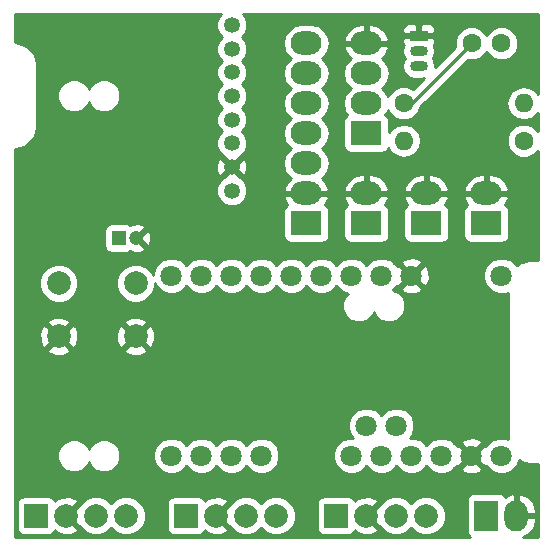
<source format=gbr>
G04 #@! TF.FileFunction,Copper,L2,Bot,Signal*
%FSLAX46Y46*%
G04 Gerber Fmt 4.6, Leading zero omitted, Abs format (unit mm)*
G04 Created by KiCad (PCBNEW 4.0.7) date 08/08/18 17:07:12*
%MOMM*%
%LPD*%
G01*
G04 APERTURE LIST*
%ADD10C,0.100000*%
%ADD11C,1.600000*%
%ADD12O,1.600000X1.600000*%
%ADD13C,1.800000*%
%ADD14R,2.000000X2.000000*%
%ADD15C,2.000000*%
%ADD16C,1.350000*%
%ADD17R,2.600000X2.000000*%
%ADD18O,2.600000X2.000000*%
%ADD19O,1.500000X0.900000*%
%ADD20R,1.500000X0.900000*%
%ADD21R,1.200000X1.200000*%
%ADD22C,1.200000*%
%ADD23R,2.000000X2.600000*%
%ADD24O,2.000000X2.600000*%
%ADD25C,0.250000*%
%ADD26C,0.254000*%
G04 APERTURE END LIST*
D10*
D11*
X163195000Y-96520000D03*
D12*
X153035000Y-96520000D03*
D13*
X133350000Y-123190000D03*
X135890000Y-123190000D03*
X138430000Y-123190000D03*
X140970000Y-123190000D03*
X148590000Y-123190000D03*
X151130000Y-123190000D03*
X153670000Y-123190000D03*
X156210000Y-123190000D03*
X158750000Y-123190000D03*
X161290000Y-123190000D03*
X161290000Y-107950000D03*
X153670000Y-107950000D03*
X151130000Y-107950000D03*
X148590000Y-107950000D03*
X146050000Y-107950000D03*
X143510000Y-107950000D03*
X140970000Y-107950000D03*
X138430000Y-107950000D03*
X135890000Y-107950000D03*
X133350000Y-107950000D03*
X149860000Y-120650000D03*
X152400000Y-120650000D03*
D14*
X121920000Y-128270000D03*
D15*
X124460000Y-128270000D03*
X127000000Y-128270000D03*
X129540000Y-128270000D03*
D16*
X138470000Y-86735000D03*
X138470000Y-100735000D03*
X138470000Y-98735000D03*
X138470000Y-96735000D03*
X138470000Y-94735000D03*
X138470000Y-92735000D03*
X138470000Y-90735000D03*
X138470000Y-88735000D03*
D14*
X134620000Y-128270000D03*
D15*
X137160000Y-128270000D03*
X139700000Y-128270000D03*
X142240000Y-128270000D03*
D17*
X144780000Y-103505000D03*
D18*
X144780000Y-100965000D03*
X144780000Y-98425000D03*
X144780000Y-95885000D03*
X144780000Y-93345000D03*
X144780000Y-90805000D03*
X144780000Y-88265000D03*
D11*
X153035000Y-93345000D03*
D12*
X163195000Y-93345000D03*
D15*
X123825000Y-113085000D03*
X123825000Y-108585000D03*
X130325000Y-113085000D03*
X130325000Y-108585000D03*
D11*
X161290000Y-88265000D03*
X158790000Y-88265000D03*
D19*
X154305000Y-88900000D03*
X154305000Y-90170000D03*
D20*
X154305000Y-87630000D03*
D21*
X128905000Y-104775000D03*
D22*
X130405000Y-104775000D03*
D14*
X147320000Y-128270000D03*
D15*
X149860000Y-128270000D03*
X152400000Y-128270000D03*
X154940000Y-128270000D03*
D17*
X149860000Y-95885000D03*
D18*
X149860000Y-93345000D03*
X149860000Y-90805000D03*
X149860000Y-88265000D03*
D17*
X149860000Y-103505000D03*
D18*
X149860000Y-100965000D03*
D17*
X154940000Y-103505000D03*
D18*
X154940000Y-100965000D03*
D17*
X160020000Y-103505000D03*
D18*
X160020000Y-100965000D03*
D23*
X160020000Y-128270000D03*
D24*
X162560000Y-128270000D03*
D25*
X153035000Y-93345000D02*
X153710000Y-93345000D01*
X153710000Y-93345000D02*
X158790000Y-88265000D01*
D26*
G36*
X137360084Y-85991976D02*
X137160228Y-86473282D01*
X137159774Y-86994432D01*
X137358789Y-87476086D01*
X137617380Y-87735129D01*
X137360084Y-87991976D01*
X137160228Y-88473282D01*
X137159774Y-88994432D01*
X137358789Y-89476086D01*
X137617380Y-89735129D01*
X137360084Y-89991976D01*
X137160228Y-90473282D01*
X137159774Y-90994432D01*
X137358789Y-91476086D01*
X137617380Y-91735129D01*
X137360084Y-91991976D01*
X137160228Y-92473282D01*
X137159774Y-92994432D01*
X137358789Y-93476086D01*
X137617380Y-93735129D01*
X137360084Y-93991976D01*
X137160228Y-94473282D01*
X137159774Y-94994432D01*
X137358789Y-95476086D01*
X137617380Y-95735129D01*
X137360084Y-95991976D01*
X137160228Y-96473282D01*
X137159774Y-96994432D01*
X137358789Y-97476086D01*
X137726976Y-97844916D01*
X137782631Y-97868026D01*
X138470000Y-98555395D01*
X139156721Y-97868674D01*
X139211086Y-97846211D01*
X139579916Y-97478024D01*
X139779772Y-96996718D01*
X139780226Y-96475568D01*
X139581211Y-95993914D01*
X139322620Y-95734871D01*
X139579916Y-95478024D01*
X139779772Y-94996718D01*
X139780226Y-94475568D01*
X139581211Y-93993914D01*
X139322620Y-93734871D01*
X139579916Y-93478024D01*
X139779772Y-92996718D01*
X139780226Y-92475568D01*
X139581211Y-91993914D01*
X139322620Y-91734871D01*
X139579916Y-91478024D01*
X139779772Y-90996718D01*
X139780226Y-90475568D01*
X139581211Y-89993914D01*
X139322620Y-89734871D01*
X139579916Y-89478024D01*
X139779772Y-88996718D01*
X139780226Y-88475568D01*
X139693222Y-88265000D01*
X142807091Y-88265000D01*
X142931548Y-88890687D01*
X143285971Y-89421120D01*
X143456405Y-89535000D01*
X143285971Y-89648880D01*
X142931548Y-90179313D01*
X142807091Y-90805000D01*
X142931548Y-91430687D01*
X143285971Y-91961120D01*
X143456405Y-92075000D01*
X143285971Y-92188880D01*
X142931548Y-92719313D01*
X142807091Y-93345000D01*
X142931548Y-93970687D01*
X143285971Y-94501120D01*
X143456405Y-94615000D01*
X143285971Y-94728880D01*
X142931548Y-95259313D01*
X142807091Y-95885000D01*
X142931548Y-96510687D01*
X143285971Y-97041120D01*
X143456405Y-97155000D01*
X143285971Y-97268880D01*
X142931548Y-97799313D01*
X142807091Y-98425000D01*
X142931548Y-99050687D01*
X143285971Y-99581120D01*
X143476188Y-99708219D01*
X143234078Y-99898683D01*
X142920856Y-100456645D01*
X142889876Y-100584566D01*
X143009223Y-100838000D01*
X144653000Y-100838000D01*
X144653000Y-100818000D01*
X144907000Y-100818000D01*
X144907000Y-100838000D01*
X146550777Y-100838000D01*
X146670124Y-100584566D01*
X147969876Y-100584566D01*
X148089223Y-100838000D01*
X149733000Y-100838000D01*
X149733000Y-99330000D01*
X149987000Y-99330000D01*
X149987000Y-100838000D01*
X151630777Y-100838000D01*
X151750124Y-100584566D01*
X153049876Y-100584566D01*
X153169223Y-100838000D01*
X154813000Y-100838000D01*
X154813000Y-99330000D01*
X155067000Y-99330000D01*
X155067000Y-100838000D01*
X156710777Y-100838000D01*
X156830124Y-100584566D01*
X158129876Y-100584566D01*
X158249223Y-100838000D01*
X159893000Y-100838000D01*
X159893000Y-99330000D01*
X160147000Y-99330000D01*
X160147000Y-100838000D01*
X161790777Y-100838000D01*
X161910124Y-100584566D01*
X161879144Y-100456645D01*
X161565922Y-99898683D01*
X161063020Y-99503058D01*
X160447000Y-99330000D01*
X160147000Y-99330000D01*
X159893000Y-99330000D01*
X159593000Y-99330000D01*
X158976980Y-99503058D01*
X158474078Y-99898683D01*
X158160856Y-100456645D01*
X158129876Y-100584566D01*
X156830124Y-100584566D01*
X156799144Y-100456645D01*
X156485922Y-99898683D01*
X155983020Y-99503058D01*
X155367000Y-99330000D01*
X155067000Y-99330000D01*
X154813000Y-99330000D01*
X154513000Y-99330000D01*
X153896980Y-99503058D01*
X153394078Y-99898683D01*
X153080856Y-100456645D01*
X153049876Y-100584566D01*
X151750124Y-100584566D01*
X151719144Y-100456645D01*
X151405922Y-99898683D01*
X150903020Y-99503058D01*
X150287000Y-99330000D01*
X149987000Y-99330000D01*
X149733000Y-99330000D01*
X149433000Y-99330000D01*
X148816980Y-99503058D01*
X148314078Y-99898683D01*
X148000856Y-100456645D01*
X147969876Y-100584566D01*
X146670124Y-100584566D01*
X146639144Y-100456645D01*
X146325922Y-99898683D01*
X146083812Y-99708219D01*
X146274029Y-99581120D01*
X146628452Y-99050687D01*
X146752909Y-98425000D01*
X146628452Y-97799313D01*
X146274029Y-97268880D01*
X146103595Y-97155000D01*
X146274029Y-97041120D01*
X146628452Y-96510687D01*
X146752909Y-95885000D01*
X146628452Y-95259313D01*
X146274029Y-94728880D01*
X146103595Y-94615000D01*
X146274029Y-94501120D01*
X146628452Y-93970687D01*
X146752909Y-93345000D01*
X146628452Y-92719313D01*
X146274029Y-92188880D01*
X146103595Y-92075000D01*
X146274029Y-91961120D01*
X146628452Y-91430687D01*
X146752909Y-90805000D01*
X147887091Y-90805000D01*
X148011548Y-91430687D01*
X148365971Y-91961120D01*
X148536405Y-92075000D01*
X148365971Y-92188880D01*
X148011548Y-92719313D01*
X147887091Y-93345000D01*
X148011548Y-93970687D01*
X148251093Y-94329192D01*
X148108559Y-94420910D01*
X147963569Y-94633110D01*
X147912560Y-94885000D01*
X147912560Y-96885000D01*
X147956838Y-97120317D01*
X148095910Y-97336441D01*
X148308110Y-97481431D01*
X148560000Y-97532440D01*
X151160000Y-97532440D01*
X151395317Y-97488162D01*
X151611441Y-97349090D01*
X151741239Y-97159125D01*
X151992189Y-97534698D01*
X152457736Y-97845767D01*
X153006887Y-97955000D01*
X153063113Y-97955000D01*
X153612264Y-97845767D01*
X154077811Y-97534698D01*
X154388880Y-97069151D01*
X154498113Y-96520000D01*
X154388880Y-95970849D01*
X154077811Y-95505302D01*
X153612264Y-95194233D01*
X153063113Y-95085000D01*
X153006887Y-95085000D01*
X152457736Y-95194233D01*
X151992189Y-95505302D01*
X151807440Y-95781798D01*
X151807440Y-94885000D01*
X151763162Y-94649683D01*
X151624090Y-94433559D01*
X151469671Y-94328049D01*
X151708452Y-93970687D01*
X151718982Y-93917747D01*
X151817757Y-94156800D01*
X152221077Y-94560824D01*
X152748309Y-94779750D01*
X153319187Y-94780248D01*
X153846800Y-94562243D01*
X154250824Y-94158923D01*
X154449611Y-93680191D01*
X158451546Y-89678256D01*
X158503309Y-89699750D01*
X159074187Y-89700248D01*
X159601800Y-89482243D01*
X160005824Y-89078923D01*
X160039813Y-88997069D01*
X160072757Y-89076800D01*
X160476077Y-89480824D01*
X161003309Y-89699750D01*
X161574187Y-89700248D01*
X162101800Y-89482243D01*
X162505824Y-89078923D01*
X162724750Y-88551691D01*
X162725248Y-87980813D01*
X162507243Y-87453200D01*
X162103923Y-87049176D01*
X161576691Y-86830250D01*
X161005813Y-86829752D01*
X160478200Y-87047757D01*
X160074176Y-87451077D01*
X160040187Y-87532931D01*
X160007243Y-87453200D01*
X159603923Y-87049176D01*
X159076691Y-86830250D01*
X158505813Y-86829752D01*
X157978200Y-87047757D01*
X157574176Y-87451077D01*
X157355250Y-87978309D01*
X157354752Y-88549187D01*
X157377049Y-88603149D01*
X155694026Y-90286172D01*
X155717134Y-90170000D01*
X155634543Y-89754788D01*
X155487685Y-89535000D01*
X155634543Y-89315212D01*
X155717134Y-88900000D01*
X155634543Y-88484788D01*
X155597570Y-88429454D01*
X155690000Y-88206309D01*
X155690000Y-87915750D01*
X155531250Y-87757000D01*
X154432000Y-87757000D01*
X154432000Y-87777000D01*
X154178000Y-87777000D01*
X154178000Y-87757000D01*
X153078750Y-87757000D01*
X152920000Y-87915750D01*
X152920000Y-88206309D01*
X153012430Y-88429454D01*
X152975457Y-88484788D01*
X152892866Y-88900000D01*
X152975457Y-89315212D01*
X153122315Y-89535000D01*
X152975457Y-89754788D01*
X152892866Y-90170000D01*
X152975457Y-90585212D01*
X153210655Y-90937211D01*
X153562654Y-91172409D01*
X153977866Y-91255000D01*
X154632134Y-91255000D01*
X154748306Y-91231892D01*
X153849972Y-92130226D01*
X153848923Y-92129176D01*
X153321691Y-91910250D01*
X152750813Y-91909752D01*
X152223200Y-92127757D01*
X151819176Y-92531077D01*
X151718998Y-92772332D01*
X151708452Y-92719313D01*
X151354029Y-92188880D01*
X151183595Y-92075000D01*
X151354029Y-91961120D01*
X151708452Y-91430687D01*
X151832909Y-90805000D01*
X151708452Y-90179313D01*
X151354029Y-89648880D01*
X151163812Y-89521781D01*
X151405922Y-89331317D01*
X151719144Y-88773355D01*
X151750124Y-88645434D01*
X151630777Y-88392000D01*
X149987000Y-88392000D01*
X149987000Y-88412000D01*
X149733000Y-88412000D01*
X149733000Y-88392000D01*
X148089223Y-88392000D01*
X147969876Y-88645434D01*
X148000856Y-88773355D01*
X148314078Y-89331317D01*
X148556188Y-89521781D01*
X148365971Y-89648880D01*
X148011548Y-90179313D01*
X147887091Y-90805000D01*
X146752909Y-90805000D01*
X146628452Y-90179313D01*
X146274029Y-89648880D01*
X146103595Y-89535000D01*
X146274029Y-89421120D01*
X146628452Y-88890687D01*
X146752909Y-88265000D01*
X146677236Y-87884566D01*
X147969876Y-87884566D01*
X148089223Y-88138000D01*
X149733000Y-88138000D01*
X149733000Y-86630000D01*
X149987000Y-86630000D01*
X149987000Y-88138000D01*
X151630777Y-88138000D01*
X151750124Y-87884566D01*
X151719144Y-87756645D01*
X151405922Y-87198683D01*
X151221615Y-87053691D01*
X152920000Y-87053691D01*
X152920000Y-87344250D01*
X153078750Y-87503000D01*
X154178000Y-87503000D01*
X154178000Y-86703750D01*
X154432000Y-86703750D01*
X154432000Y-87503000D01*
X155531250Y-87503000D01*
X155690000Y-87344250D01*
X155690000Y-87053691D01*
X155593327Y-86820302D01*
X155414699Y-86641673D01*
X155181310Y-86545000D01*
X154590750Y-86545000D01*
X154432000Y-86703750D01*
X154178000Y-86703750D01*
X154019250Y-86545000D01*
X153428690Y-86545000D01*
X153195301Y-86641673D01*
X153016673Y-86820302D01*
X152920000Y-87053691D01*
X151221615Y-87053691D01*
X150903020Y-86803058D01*
X150287000Y-86630000D01*
X149987000Y-86630000D01*
X149733000Y-86630000D01*
X149433000Y-86630000D01*
X148816980Y-86803058D01*
X148314078Y-87198683D01*
X148000856Y-87756645D01*
X147969876Y-87884566D01*
X146677236Y-87884566D01*
X146628452Y-87639313D01*
X146274029Y-87108880D01*
X145743596Y-86754457D01*
X145117909Y-86630000D01*
X144442091Y-86630000D01*
X143816404Y-86754457D01*
X143285971Y-87108880D01*
X142931548Y-87639313D01*
X142807091Y-88265000D01*
X139693222Y-88265000D01*
X139581211Y-87993914D01*
X139322620Y-87734871D01*
X139579916Y-87478024D01*
X139779772Y-86996718D01*
X139780226Y-86475568D01*
X139581211Y-85993914D01*
X139387635Y-85800000D01*
X164390000Y-85800000D01*
X164390000Y-92558069D01*
X164237811Y-92330302D01*
X163772264Y-92019233D01*
X163223113Y-91910000D01*
X163166887Y-91910000D01*
X162617736Y-92019233D01*
X162152189Y-92330302D01*
X161841120Y-92795849D01*
X161731887Y-93345000D01*
X161841120Y-93894151D01*
X162152189Y-94359698D01*
X162617736Y-94670767D01*
X163166887Y-94780000D01*
X163223113Y-94780000D01*
X163772264Y-94670767D01*
X164237811Y-94359698D01*
X164390000Y-94131931D01*
X164390000Y-95685918D01*
X164008923Y-95304176D01*
X163481691Y-95085250D01*
X162910813Y-95084752D01*
X162383200Y-95302757D01*
X161979176Y-95706077D01*
X161760250Y-96233309D01*
X161759752Y-96804187D01*
X161977757Y-97331800D01*
X162381077Y-97735824D01*
X162908309Y-97954750D01*
X163479187Y-97955248D01*
X164006800Y-97737243D01*
X164390000Y-97354711D01*
X164390000Y-106605000D01*
X163830000Y-106605000D01*
X163761413Y-106618643D01*
X163691485Y-106618643D01*
X163205478Y-106715315D01*
X163109671Y-106755000D01*
X162949537Y-106821329D01*
X162579225Y-107068764D01*
X162160643Y-106649449D01*
X161596670Y-106415267D01*
X160986009Y-106414735D01*
X160421629Y-106647932D01*
X159989449Y-107079357D01*
X159755267Y-107643330D01*
X159754735Y-108253991D01*
X159987932Y-108818371D01*
X160419357Y-109250551D01*
X160983330Y-109484733D01*
X161593991Y-109485265D01*
X161850000Y-109379484D01*
X161850000Y-121760459D01*
X161596670Y-121655267D01*
X160986009Y-121654735D01*
X160421629Y-121887932D01*
X159989449Y-122319357D01*
X159980797Y-122340194D01*
X159830159Y-122289446D01*
X158929605Y-123190000D01*
X159830159Y-124090554D01*
X159980327Y-124039965D01*
X159987932Y-124058371D01*
X160419357Y-124490551D01*
X160983330Y-124724733D01*
X161593991Y-124725265D01*
X162158371Y-124492068D01*
X162590551Y-124060643D01*
X162791055Y-123577776D01*
X162949537Y-123683671D01*
X163077508Y-123736678D01*
X163205478Y-123789685D01*
X163691485Y-123886357D01*
X163761413Y-123886357D01*
X163830000Y-123900000D01*
X164390000Y-123900000D01*
X164390000Y-130100000D01*
X163120271Y-130100000D01*
X163626317Y-129815922D01*
X164021942Y-129313020D01*
X164195000Y-128697000D01*
X164195000Y-128397000D01*
X162687000Y-128397000D01*
X162687000Y-128417000D01*
X162433000Y-128417000D01*
X162433000Y-128397000D01*
X162413000Y-128397000D01*
X162413000Y-128143000D01*
X162433000Y-128143000D01*
X162433000Y-126499223D01*
X162687000Y-126499223D01*
X162687000Y-128143000D01*
X164195000Y-128143000D01*
X164195000Y-127843000D01*
X164021942Y-127226980D01*
X163626317Y-126724078D01*
X163068355Y-126410856D01*
X162940434Y-126379876D01*
X162687000Y-126499223D01*
X162433000Y-126499223D01*
X162179566Y-126379876D01*
X162051645Y-126410856D01*
X161583789Y-126673495D01*
X161484090Y-126518559D01*
X161271890Y-126373569D01*
X161020000Y-126322560D01*
X159020000Y-126322560D01*
X158784683Y-126366838D01*
X158568559Y-126505910D01*
X158423569Y-126718110D01*
X158372560Y-126970000D01*
X158372560Y-129570000D01*
X158416838Y-129805317D01*
X158555910Y-130021441D01*
X158670885Y-130100000D01*
X120090000Y-130100000D01*
X120090000Y-127270000D01*
X120272560Y-127270000D01*
X120272560Y-129270000D01*
X120316838Y-129505317D01*
X120455910Y-129721441D01*
X120668110Y-129866431D01*
X120920000Y-129917440D01*
X122920000Y-129917440D01*
X123155317Y-129873162D01*
X123371441Y-129734090D01*
X123516431Y-129521890D01*
X123519042Y-129508998D01*
X123585736Y-129689387D01*
X124195461Y-129915908D01*
X124845460Y-129891856D01*
X125334264Y-129689387D01*
X125432927Y-129422532D01*
X124460000Y-128449605D01*
X124445858Y-128463748D01*
X124266253Y-128284143D01*
X124280395Y-128270000D01*
X124639605Y-128270000D01*
X125612532Y-129242927D01*
X125647938Y-129229836D01*
X126072637Y-129655278D01*
X126673352Y-129904716D01*
X127323795Y-129905284D01*
X127924943Y-129656894D01*
X128270199Y-129312241D01*
X128612637Y-129655278D01*
X129213352Y-129904716D01*
X129863795Y-129905284D01*
X130464943Y-129656894D01*
X130925278Y-129197363D01*
X131174716Y-128596648D01*
X131175284Y-127946205D01*
X130926894Y-127345057D01*
X130851969Y-127270000D01*
X132972560Y-127270000D01*
X132972560Y-129270000D01*
X133016838Y-129505317D01*
X133155910Y-129721441D01*
X133368110Y-129866431D01*
X133620000Y-129917440D01*
X135620000Y-129917440D01*
X135855317Y-129873162D01*
X136071441Y-129734090D01*
X136216431Y-129521890D01*
X136219042Y-129508998D01*
X136285736Y-129689387D01*
X136895461Y-129915908D01*
X137545460Y-129891856D01*
X138034264Y-129689387D01*
X138132927Y-129422532D01*
X137160000Y-128449605D01*
X137145858Y-128463748D01*
X136966253Y-128284143D01*
X136980395Y-128270000D01*
X137339605Y-128270000D01*
X138312532Y-129242927D01*
X138347938Y-129229836D01*
X138772637Y-129655278D01*
X139373352Y-129904716D01*
X140023795Y-129905284D01*
X140624943Y-129656894D01*
X140970199Y-129312241D01*
X141312637Y-129655278D01*
X141913352Y-129904716D01*
X142563795Y-129905284D01*
X143164943Y-129656894D01*
X143625278Y-129197363D01*
X143874716Y-128596648D01*
X143875284Y-127946205D01*
X143626894Y-127345057D01*
X143551969Y-127270000D01*
X145672560Y-127270000D01*
X145672560Y-129270000D01*
X145716838Y-129505317D01*
X145855910Y-129721441D01*
X146068110Y-129866431D01*
X146320000Y-129917440D01*
X148320000Y-129917440D01*
X148555317Y-129873162D01*
X148771441Y-129734090D01*
X148916431Y-129521890D01*
X148919042Y-129508998D01*
X148985736Y-129689387D01*
X149595461Y-129915908D01*
X150245460Y-129891856D01*
X150734264Y-129689387D01*
X150832927Y-129422532D01*
X149860000Y-128449605D01*
X149845858Y-128463748D01*
X149666253Y-128284143D01*
X149680395Y-128270000D01*
X150039605Y-128270000D01*
X151012532Y-129242927D01*
X151047938Y-129229836D01*
X151472637Y-129655278D01*
X152073352Y-129904716D01*
X152723795Y-129905284D01*
X153324943Y-129656894D01*
X153670199Y-129312241D01*
X154012637Y-129655278D01*
X154613352Y-129904716D01*
X155263795Y-129905284D01*
X155864943Y-129656894D01*
X156325278Y-129197363D01*
X156574716Y-128596648D01*
X156575284Y-127946205D01*
X156326894Y-127345057D01*
X155867363Y-126884722D01*
X155266648Y-126635284D01*
X154616205Y-126634716D01*
X154015057Y-126883106D01*
X153669801Y-127227759D01*
X153327363Y-126884722D01*
X152726648Y-126635284D01*
X152076205Y-126634716D01*
X151475057Y-126883106D01*
X151047438Y-127309978D01*
X151012532Y-127297073D01*
X150039605Y-128270000D01*
X149680395Y-128270000D01*
X149666253Y-128255858D01*
X149845858Y-128076253D01*
X149860000Y-128090395D01*
X150832927Y-127117468D01*
X150734264Y-126850613D01*
X150124539Y-126624092D01*
X149474540Y-126648144D01*
X148985736Y-126850613D01*
X148919681Y-127029273D01*
X148784090Y-126818559D01*
X148571890Y-126673569D01*
X148320000Y-126622560D01*
X146320000Y-126622560D01*
X146084683Y-126666838D01*
X145868559Y-126805910D01*
X145723569Y-127018110D01*
X145672560Y-127270000D01*
X143551969Y-127270000D01*
X143167363Y-126884722D01*
X142566648Y-126635284D01*
X141916205Y-126634716D01*
X141315057Y-126883106D01*
X140969801Y-127227759D01*
X140627363Y-126884722D01*
X140026648Y-126635284D01*
X139376205Y-126634716D01*
X138775057Y-126883106D01*
X138347438Y-127309978D01*
X138312532Y-127297073D01*
X137339605Y-128270000D01*
X136980395Y-128270000D01*
X136966253Y-128255858D01*
X137145858Y-128076253D01*
X137160000Y-128090395D01*
X138132927Y-127117468D01*
X138034264Y-126850613D01*
X137424539Y-126624092D01*
X136774540Y-126648144D01*
X136285736Y-126850613D01*
X136219681Y-127029273D01*
X136084090Y-126818559D01*
X135871890Y-126673569D01*
X135620000Y-126622560D01*
X133620000Y-126622560D01*
X133384683Y-126666838D01*
X133168559Y-126805910D01*
X133023569Y-127018110D01*
X132972560Y-127270000D01*
X130851969Y-127270000D01*
X130467363Y-126884722D01*
X129866648Y-126635284D01*
X129216205Y-126634716D01*
X128615057Y-126883106D01*
X128269801Y-127227759D01*
X127927363Y-126884722D01*
X127326648Y-126635284D01*
X126676205Y-126634716D01*
X126075057Y-126883106D01*
X125647438Y-127309978D01*
X125612532Y-127297073D01*
X124639605Y-128270000D01*
X124280395Y-128270000D01*
X124266253Y-128255858D01*
X124445858Y-128076253D01*
X124460000Y-128090395D01*
X125432927Y-127117468D01*
X125334264Y-126850613D01*
X124724539Y-126624092D01*
X124074540Y-126648144D01*
X123585736Y-126850613D01*
X123519681Y-127029273D01*
X123384090Y-126818559D01*
X123171890Y-126673569D01*
X122920000Y-126622560D01*
X120920000Y-126622560D01*
X120684683Y-126666838D01*
X120468559Y-126805910D01*
X120323569Y-127018110D01*
X120272560Y-127270000D01*
X120090000Y-127270000D01*
X120090000Y-123464285D01*
X123709760Y-123464285D01*
X123920169Y-123973515D01*
X124309436Y-124363461D01*
X124818298Y-124574759D01*
X125369285Y-124575240D01*
X125878515Y-124364831D01*
X126268461Y-123975564D01*
X126364976Y-123743130D01*
X126460169Y-123973515D01*
X126849436Y-124363461D01*
X127358298Y-124574759D01*
X127909285Y-124575240D01*
X128418515Y-124364831D01*
X128808461Y-123975564D01*
X129008427Y-123493991D01*
X131814735Y-123493991D01*
X132047932Y-124058371D01*
X132479357Y-124490551D01*
X133043330Y-124724733D01*
X133653991Y-124725265D01*
X134218371Y-124492068D01*
X134620323Y-124090818D01*
X135019357Y-124490551D01*
X135583330Y-124724733D01*
X136193991Y-124725265D01*
X136758371Y-124492068D01*
X137160323Y-124090818D01*
X137559357Y-124490551D01*
X138123330Y-124724733D01*
X138733991Y-124725265D01*
X139298371Y-124492068D01*
X139700323Y-124090818D01*
X140099357Y-124490551D01*
X140663330Y-124724733D01*
X141273991Y-124725265D01*
X141838371Y-124492068D01*
X142270551Y-124060643D01*
X142504733Y-123496670D01*
X142504735Y-123493991D01*
X147054735Y-123493991D01*
X147287932Y-124058371D01*
X147719357Y-124490551D01*
X148283330Y-124724733D01*
X148893991Y-124725265D01*
X149458371Y-124492068D01*
X149860323Y-124090818D01*
X150259357Y-124490551D01*
X150823330Y-124724733D01*
X151433991Y-124725265D01*
X151998371Y-124492068D01*
X152400323Y-124090818D01*
X152799357Y-124490551D01*
X153363330Y-124724733D01*
X153973991Y-124725265D01*
X154538371Y-124492068D01*
X154940323Y-124090818D01*
X155339357Y-124490551D01*
X155903330Y-124724733D01*
X156513991Y-124725265D01*
X157078371Y-124492068D01*
X157300668Y-124270159D01*
X157849446Y-124270159D01*
X157935852Y-124526643D01*
X158509336Y-124736458D01*
X159119460Y-124710839D01*
X159564148Y-124526643D01*
X159650554Y-124270159D01*
X158750000Y-123369605D01*
X157849446Y-124270159D01*
X157300668Y-124270159D01*
X157510551Y-124060643D01*
X157519203Y-124039806D01*
X157669841Y-124090554D01*
X158570395Y-123190000D01*
X157669841Y-122289446D01*
X157519673Y-122340035D01*
X157512068Y-122321629D01*
X157300650Y-122109841D01*
X157849446Y-122109841D01*
X158750000Y-123010395D01*
X159650554Y-122109841D01*
X159564148Y-121853357D01*
X158990664Y-121643542D01*
X158380540Y-121669161D01*
X157935852Y-121853357D01*
X157849446Y-122109841D01*
X157300650Y-122109841D01*
X157080643Y-121889449D01*
X156516670Y-121655267D01*
X155906009Y-121654735D01*
X155341629Y-121887932D01*
X154939677Y-122289182D01*
X154540643Y-121889449D01*
X153976670Y-121655267D01*
X153566050Y-121654909D01*
X153700551Y-121520643D01*
X153934733Y-120956670D01*
X153935265Y-120346009D01*
X153702068Y-119781629D01*
X153270643Y-119349449D01*
X152706670Y-119115267D01*
X152096009Y-119114735D01*
X151531629Y-119347932D01*
X151129677Y-119749182D01*
X150730643Y-119349449D01*
X150166670Y-119115267D01*
X149556009Y-119114735D01*
X148991629Y-119347932D01*
X148559449Y-119779357D01*
X148325267Y-120343330D01*
X148324735Y-120953991D01*
X148557932Y-121518371D01*
X148694413Y-121655091D01*
X148286009Y-121654735D01*
X147721629Y-121887932D01*
X147289449Y-122319357D01*
X147055267Y-122883330D01*
X147054735Y-123493991D01*
X142504735Y-123493991D01*
X142505265Y-122886009D01*
X142272068Y-122321629D01*
X141840643Y-121889449D01*
X141276670Y-121655267D01*
X140666009Y-121654735D01*
X140101629Y-121887932D01*
X139699677Y-122289182D01*
X139300643Y-121889449D01*
X138736670Y-121655267D01*
X138126009Y-121654735D01*
X137561629Y-121887932D01*
X137159677Y-122289182D01*
X136760643Y-121889449D01*
X136196670Y-121655267D01*
X135586009Y-121654735D01*
X135021629Y-121887932D01*
X134619677Y-122289182D01*
X134220643Y-121889449D01*
X133656670Y-121655267D01*
X133046009Y-121654735D01*
X132481629Y-121887932D01*
X132049449Y-122319357D01*
X131815267Y-122883330D01*
X131814735Y-123493991D01*
X129008427Y-123493991D01*
X129019759Y-123466702D01*
X129020240Y-122915715D01*
X128809831Y-122406485D01*
X128420564Y-122016539D01*
X127911702Y-121805241D01*
X127360715Y-121804760D01*
X126851485Y-122015169D01*
X126461539Y-122404436D01*
X126365024Y-122636870D01*
X126269831Y-122406485D01*
X125880564Y-122016539D01*
X125371702Y-121805241D01*
X124820715Y-121804760D01*
X124311485Y-122015169D01*
X123921539Y-122404436D01*
X123710241Y-122913298D01*
X123709760Y-123464285D01*
X120090000Y-123464285D01*
X120090000Y-114237532D01*
X122852073Y-114237532D01*
X122950736Y-114504387D01*
X123560461Y-114730908D01*
X124210460Y-114706856D01*
X124699264Y-114504387D01*
X124797927Y-114237532D01*
X129352073Y-114237532D01*
X129450736Y-114504387D01*
X130060461Y-114730908D01*
X130710460Y-114706856D01*
X131199264Y-114504387D01*
X131297927Y-114237532D01*
X130325000Y-113264605D01*
X129352073Y-114237532D01*
X124797927Y-114237532D01*
X123825000Y-113264605D01*
X122852073Y-114237532D01*
X120090000Y-114237532D01*
X120090000Y-112820461D01*
X122179092Y-112820461D01*
X122203144Y-113470460D01*
X122405613Y-113959264D01*
X122672468Y-114057927D01*
X123645395Y-113085000D01*
X124004605Y-113085000D01*
X124977532Y-114057927D01*
X125244387Y-113959264D01*
X125470908Y-113349539D01*
X125451331Y-112820461D01*
X128679092Y-112820461D01*
X128703144Y-113470460D01*
X128905613Y-113959264D01*
X129172468Y-114057927D01*
X130145395Y-113085000D01*
X130504605Y-113085000D01*
X131477532Y-114057927D01*
X131744387Y-113959264D01*
X131970908Y-113349539D01*
X131946856Y-112699540D01*
X131744387Y-112210736D01*
X131477532Y-112112073D01*
X130504605Y-113085000D01*
X130145395Y-113085000D01*
X129172468Y-112112073D01*
X128905613Y-112210736D01*
X128679092Y-112820461D01*
X125451331Y-112820461D01*
X125446856Y-112699540D01*
X125244387Y-112210736D01*
X124977532Y-112112073D01*
X124004605Y-113085000D01*
X123645395Y-113085000D01*
X122672468Y-112112073D01*
X122405613Y-112210736D01*
X122179092Y-112820461D01*
X120090000Y-112820461D01*
X120090000Y-111932468D01*
X122852073Y-111932468D01*
X123825000Y-112905395D01*
X124797927Y-111932468D01*
X129352073Y-111932468D01*
X130325000Y-112905395D01*
X131297927Y-111932468D01*
X131199264Y-111665613D01*
X130589539Y-111439092D01*
X129939540Y-111463144D01*
X129450736Y-111665613D01*
X129352073Y-111932468D01*
X124797927Y-111932468D01*
X124699264Y-111665613D01*
X124089539Y-111439092D01*
X123439540Y-111463144D01*
X122950736Y-111665613D01*
X122852073Y-111932468D01*
X120090000Y-111932468D01*
X120090000Y-108908795D01*
X122189716Y-108908795D01*
X122438106Y-109509943D01*
X122897637Y-109970278D01*
X123498352Y-110219716D01*
X124148795Y-110220284D01*
X124749943Y-109971894D01*
X125210278Y-109512363D01*
X125459716Y-108911648D01*
X125459718Y-108908795D01*
X128689716Y-108908795D01*
X128938106Y-109509943D01*
X129397637Y-109970278D01*
X129998352Y-110219716D01*
X130648795Y-110220284D01*
X131249943Y-109971894D01*
X131710278Y-109512363D01*
X131959716Y-108911648D01*
X131959983Y-108605519D01*
X132047932Y-108818371D01*
X132479357Y-109250551D01*
X133043330Y-109484733D01*
X133653991Y-109485265D01*
X134218371Y-109252068D01*
X134620323Y-108850818D01*
X135019357Y-109250551D01*
X135583330Y-109484733D01*
X136193991Y-109485265D01*
X136758371Y-109252068D01*
X137160323Y-108850818D01*
X137559357Y-109250551D01*
X138123330Y-109484733D01*
X138733991Y-109485265D01*
X139298371Y-109252068D01*
X139700323Y-108850818D01*
X140099357Y-109250551D01*
X140663330Y-109484733D01*
X141273991Y-109485265D01*
X141838371Y-109252068D01*
X142240323Y-108850818D01*
X142639357Y-109250551D01*
X143203330Y-109484733D01*
X143813991Y-109485265D01*
X144378371Y-109252068D01*
X144780323Y-108850818D01*
X145179357Y-109250551D01*
X145743330Y-109484733D01*
X146353991Y-109485265D01*
X146918371Y-109252068D01*
X147320323Y-108850818D01*
X147719357Y-109250551D01*
X148275064Y-109481301D01*
X148051539Y-109704436D01*
X147840241Y-110213298D01*
X147839760Y-110764285D01*
X148050169Y-111273515D01*
X148439436Y-111663461D01*
X148948298Y-111874759D01*
X149499285Y-111875240D01*
X150008515Y-111664831D01*
X150398461Y-111275564D01*
X150494976Y-111043130D01*
X150590169Y-111273515D01*
X150979436Y-111663461D01*
X151488298Y-111874759D01*
X152039285Y-111875240D01*
X152548515Y-111664831D01*
X152938461Y-111275564D01*
X153149759Y-110766702D01*
X153150240Y-110215715D01*
X152939831Y-109706485D01*
X152550564Y-109316539D01*
X152114976Y-109135667D01*
X152220668Y-109030159D01*
X152769446Y-109030159D01*
X152855852Y-109286643D01*
X153429336Y-109496458D01*
X154039460Y-109470839D01*
X154484148Y-109286643D01*
X154570554Y-109030159D01*
X153670000Y-108129605D01*
X152769446Y-109030159D01*
X152220668Y-109030159D01*
X152430551Y-108820643D01*
X152439203Y-108799806D01*
X152589841Y-108850554D01*
X153490395Y-107950000D01*
X153849605Y-107950000D01*
X154750159Y-108850554D01*
X155006643Y-108764148D01*
X155216458Y-108190664D01*
X155190839Y-107580540D01*
X155006643Y-107135852D01*
X154750159Y-107049446D01*
X153849605Y-107950000D01*
X153490395Y-107950000D01*
X152589841Y-107049446D01*
X152439673Y-107100035D01*
X152432068Y-107081629D01*
X152220650Y-106869841D01*
X152769446Y-106869841D01*
X153670000Y-107770395D01*
X154570554Y-106869841D01*
X154484148Y-106613357D01*
X153910664Y-106403542D01*
X153300540Y-106429161D01*
X152855852Y-106613357D01*
X152769446Y-106869841D01*
X152220650Y-106869841D01*
X152000643Y-106649449D01*
X151436670Y-106415267D01*
X150826009Y-106414735D01*
X150261629Y-106647932D01*
X149859677Y-107049182D01*
X149460643Y-106649449D01*
X148896670Y-106415267D01*
X148286009Y-106414735D01*
X147721629Y-106647932D01*
X147319677Y-107049182D01*
X146920643Y-106649449D01*
X146356670Y-106415267D01*
X145746009Y-106414735D01*
X145181629Y-106647932D01*
X144779677Y-107049182D01*
X144380643Y-106649449D01*
X143816670Y-106415267D01*
X143206009Y-106414735D01*
X142641629Y-106647932D01*
X142239677Y-107049182D01*
X141840643Y-106649449D01*
X141276670Y-106415267D01*
X140666009Y-106414735D01*
X140101629Y-106647932D01*
X139699677Y-107049182D01*
X139300643Y-106649449D01*
X138736670Y-106415267D01*
X138126009Y-106414735D01*
X137561629Y-106647932D01*
X137159677Y-107049182D01*
X136760643Y-106649449D01*
X136196670Y-106415267D01*
X135586009Y-106414735D01*
X135021629Y-106647932D01*
X134619677Y-107049182D01*
X134220643Y-106649449D01*
X133656670Y-106415267D01*
X133046009Y-106414735D01*
X132481629Y-106647932D01*
X132049449Y-107079357D01*
X131815267Y-107643330D01*
X131815035Y-107909676D01*
X131711894Y-107660057D01*
X131252363Y-107199722D01*
X130651648Y-106950284D01*
X130001205Y-106949716D01*
X129400057Y-107198106D01*
X128939722Y-107657637D01*
X128690284Y-108258352D01*
X128689716Y-108908795D01*
X125459718Y-108908795D01*
X125460284Y-108261205D01*
X125211894Y-107660057D01*
X124752363Y-107199722D01*
X124151648Y-106950284D01*
X123501205Y-106949716D01*
X122900057Y-107198106D01*
X122439722Y-107657637D01*
X122190284Y-108258352D01*
X122189716Y-108908795D01*
X120090000Y-108908795D01*
X120090000Y-104175000D01*
X127657560Y-104175000D01*
X127657560Y-105375000D01*
X127701838Y-105610317D01*
X127840910Y-105826441D01*
X128053110Y-105971431D01*
X128305000Y-106022440D01*
X129505000Y-106022440D01*
X129740317Y-105978162D01*
X129867636Y-105896234D01*
X130236036Y-106022807D01*
X130726413Y-105992482D01*
X131038617Y-105863164D01*
X131088130Y-105637735D01*
X130405000Y-104954605D01*
X130390858Y-104968748D01*
X130211253Y-104789143D01*
X130225395Y-104775000D01*
X130584605Y-104775000D01*
X131267735Y-105458130D01*
X131493164Y-105408617D01*
X131652807Y-104943964D01*
X131622482Y-104453587D01*
X131493164Y-104141383D01*
X131267735Y-104091870D01*
X130584605Y-104775000D01*
X130225395Y-104775000D01*
X130211253Y-104760858D01*
X130390858Y-104581253D01*
X130405000Y-104595395D01*
X131088130Y-103912265D01*
X131038617Y-103686836D01*
X130573964Y-103527193D01*
X130083587Y-103557518D01*
X129861010Y-103649711D01*
X129756890Y-103578569D01*
X129505000Y-103527560D01*
X128305000Y-103527560D01*
X128069683Y-103571838D01*
X127853559Y-103710910D01*
X127708569Y-103923110D01*
X127657560Y-104175000D01*
X120090000Y-104175000D01*
X120090000Y-102505000D01*
X142832560Y-102505000D01*
X142832560Y-104505000D01*
X142876838Y-104740317D01*
X143015910Y-104956441D01*
X143228110Y-105101431D01*
X143480000Y-105152440D01*
X146080000Y-105152440D01*
X146315317Y-105108162D01*
X146531441Y-104969090D01*
X146676431Y-104756890D01*
X146727440Y-104505000D01*
X146727440Y-102505000D01*
X147912560Y-102505000D01*
X147912560Y-104505000D01*
X147956838Y-104740317D01*
X148095910Y-104956441D01*
X148308110Y-105101431D01*
X148560000Y-105152440D01*
X151160000Y-105152440D01*
X151395317Y-105108162D01*
X151611441Y-104969090D01*
X151756431Y-104756890D01*
X151807440Y-104505000D01*
X151807440Y-102505000D01*
X152992560Y-102505000D01*
X152992560Y-104505000D01*
X153036838Y-104740317D01*
X153175910Y-104956441D01*
X153388110Y-105101431D01*
X153640000Y-105152440D01*
X156240000Y-105152440D01*
X156475317Y-105108162D01*
X156691441Y-104969090D01*
X156836431Y-104756890D01*
X156887440Y-104505000D01*
X156887440Y-102505000D01*
X158072560Y-102505000D01*
X158072560Y-104505000D01*
X158116838Y-104740317D01*
X158255910Y-104956441D01*
X158468110Y-105101431D01*
X158720000Y-105152440D01*
X161320000Y-105152440D01*
X161555317Y-105108162D01*
X161771441Y-104969090D01*
X161916431Y-104756890D01*
X161967440Y-104505000D01*
X161967440Y-102505000D01*
X161923162Y-102269683D01*
X161784090Y-102053559D01*
X161617380Y-101939651D01*
X161879144Y-101473355D01*
X161910124Y-101345434D01*
X161790777Y-101092000D01*
X160147000Y-101092000D01*
X160147000Y-101112000D01*
X159893000Y-101112000D01*
X159893000Y-101092000D01*
X158249223Y-101092000D01*
X158129876Y-101345434D01*
X158160856Y-101473355D01*
X158423495Y-101941211D01*
X158268559Y-102040910D01*
X158123569Y-102253110D01*
X158072560Y-102505000D01*
X156887440Y-102505000D01*
X156843162Y-102269683D01*
X156704090Y-102053559D01*
X156537380Y-101939651D01*
X156799144Y-101473355D01*
X156830124Y-101345434D01*
X156710777Y-101092000D01*
X155067000Y-101092000D01*
X155067000Y-101112000D01*
X154813000Y-101112000D01*
X154813000Y-101092000D01*
X153169223Y-101092000D01*
X153049876Y-101345434D01*
X153080856Y-101473355D01*
X153343495Y-101941211D01*
X153188559Y-102040910D01*
X153043569Y-102253110D01*
X152992560Y-102505000D01*
X151807440Y-102505000D01*
X151763162Y-102269683D01*
X151624090Y-102053559D01*
X151457380Y-101939651D01*
X151719144Y-101473355D01*
X151750124Y-101345434D01*
X151630777Y-101092000D01*
X149987000Y-101092000D01*
X149987000Y-101112000D01*
X149733000Y-101112000D01*
X149733000Y-101092000D01*
X148089223Y-101092000D01*
X147969876Y-101345434D01*
X148000856Y-101473355D01*
X148263495Y-101941211D01*
X148108559Y-102040910D01*
X147963569Y-102253110D01*
X147912560Y-102505000D01*
X146727440Y-102505000D01*
X146683162Y-102269683D01*
X146544090Y-102053559D01*
X146377380Y-101939651D01*
X146639144Y-101473355D01*
X146670124Y-101345434D01*
X146550777Y-101092000D01*
X144907000Y-101092000D01*
X144907000Y-101112000D01*
X144653000Y-101112000D01*
X144653000Y-101092000D01*
X143009223Y-101092000D01*
X142889876Y-101345434D01*
X142920856Y-101473355D01*
X143183495Y-101941211D01*
X143028559Y-102040910D01*
X142883569Y-102253110D01*
X142832560Y-102505000D01*
X120090000Y-102505000D01*
X120090000Y-100994432D01*
X137159774Y-100994432D01*
X137358789Y-101476086D01*
X137726976Y-101844916D01*
X138208282Y-102044772D01*
X138729432Y-102045226D01*
X139211086Y-101846211D01*
X139579916Y-101478024D01*
X139779772Y-100996718D01*
X139780226Y-100475568D01*
X139581211Y-99993914D01*
X139213024Y-99625084D01*
X139157369Y-99601974D01*
X138470000Y-98914605D01*
X137783279Y-99601326D01*
X137728914Y-99623789D01*
X137360084Y-99991976D01*
X137160228Y-100473282D01*
X137159774Y-100994432D01*
X120090000Y-100994432D01*
X120090000Y-98548100D01*
X137147478Y-98548100D01*
X137176625Y-99068434D01*
X137319672Y-99413781D01*
X137552853Y-99472542D01*
X138290395Y-98735000D01*
X138649605Y-98735000D01*
X139387147Y-99472542D01*
X139620328Y-99413781D01*
X139792522Y-98921900D01*
X139763375Y-98401566D01*
X139620328Y-98056219D01*
X139387147Y-97997458D01*
X138649605Y-98735000D01*
X138290395Y-98735000D01*
X137552853Y-97997458D01*
X137319672Y-98056219D01*
X137147478Y-98548100D01*
X120090000Y-98548100D01*
X120090000Y-97216358D01*
X120153514Y-97216358D01*
X120639522Y-97119685D01*
X120829193Y-97041120D01*
X120895462Y-97013671D01*
X121307480Y-96738370D01*
X121503370Y-96542480D01*
X121778671Y-96130463D01*
X121844785Y-95970849D01*
X121884685Y-95874522D01*
X121981357Y-95388515D01*
X121981357Y-95318587D01*
X121995000Y-95250000D01*
X121995000Y-92984285D01*
X123709760Y-92984285D01*
X123920169Y-93493515D01*
X124309436Y-93883461D01*
X124818298Y-94094759D01*
X125369285Y-94095240D01*
X125878515Y-93884831D01*
X126268461Y-93495564D01*
X126364976Y-93263130D01*
X126460169Y-93493515D01*
X126849436Y-93883461D01*
X127358298Y-94094759D01*
X127909285Y-94095240D01*
X128418515Y-93884831D01*
X128808461Y-93495564D01*
X129019759Y-92986702D01*
X129020240Y-92435715D01*
X128809831Y-91926485D01*
X128420564Y-91536539D01*
X127911702Y-91325241D01*
X127360715Y-91324760D01*
X126851485Y-91535169D01*
X126461539Y-91924436D01*
X126365024Y-92156870D01*
X126269831Y-91926485D01*
X125880564Y-91536539D01*
X125371702Y-91325241D01*
X124820715Y-91324760D01*
X124311485Y-91535169D01*
X123921539Y-91924436D01*
X123710241Y-92433298D01*
X123709760Y-92984285D01*
X121995000Y-92984285D01*
X121995000Y-90170000D01*
X121981357Y-90101413D01*
X121981357Y-90031485D01*
X121884685Y-89545478D01*
X121831678Y-89417508D01*
X121778671Y-89289537D01*
X121503370Y-88877520D01*
X121307480Y-88681630D01*
X120895462Y-88406329D01*
X120789448Y-88362417D01*
X120639522Y-88300315D01*
X120153514Y-88203642D01*
X120090000Y-88203642D01*
X120090000Y-85800000D01*
X137552395Y-85800000D01*
X137360084Y-85991976D01*
X137360084Y-85991976D01*
G37*
X137360084Y-85991976D02*
X137160228Y-86473282D01*
X137159774Y-86994432D01*
X137358789Y-87476086D01*
X137617380Y-87735129D01*
X137360084Y-87991976D01*
X137160228Y-88473282D01*
X137159774Y-88994432D01*
X137358789Y-89476086D01*
X137617380Y-89735129D01*
X137360084Y-89991976D01*
X137160228Y-90473282D01*
X137159774Y-90994432D01*
X137358789Y-91476086D01*
X137617380Y-91735129D01*
X137360084Y-91991976D01*
X137160228Y-92473282D01*
X137159774Y-92994432D01*
X137358789Y-93476086D01*
X137617380Y-93735129D01*
X137360084Y-93991976D01*
X137160228Y-94473282D01*
X137159774Y-94994432D01*
X137358789Y-95476086D01*
X137617380Y-95735129D01*
X137360084Y-95991976D01*
X137160228Y-96473282D01*
X137159774Y-96994432D01*
X137358789Y-97476086D01*
X137726976Y-97844916D01*
X137782631Y-97868026D01*
X138470000Y-98555395D01*
X139156721Y-97868674D01*
X139211086Y-97846211D01*
X139579916Y-97478024D01*
X139779772Y-96996718D01*
X139780226Y-96475568D01*
X139581211Y-95993914D01*
X139322620Y-95734871D01*
X139579916Y-95478024D01*
X139779772Y-94996718D01*
X139780226Y-94475568D01*
X139581211Y-93993914D01*
X139322620Y-93734871D01*
X139579916Y-93478024D01*
X139779772Y-92996718D01*
X139780226Y-92475568D01*
X139581211Y-91993914D01*
X139322620Y-91734871D01*
X139579916Y-91478024D01*
X139779772Y-90996718D01*
X139780226Y-90475568D01*
X139581211Y-89993914D01*
X139322620Y-89734871D01*
X139579916Y-89478024D01*
X139779772Y-88996718D01*
X139780226Y-88475568D01*
X139693222Y-88265000D01*
X142807091Y-88265000D01*
X142931548Y-88890687D01*
X143285971Y-89421120D01*
X143456405Y-89535000D01*
X143285971Y-89648880D01*
X142931548Y-90179313D01*
X142807091Y-90805000D01*
X142931548Y-91430687D01*
X143285971Y-91961120D01*
X143456405Y-92075000D01*
X143285971Y-92188880D01*
X142931548Y-92719313D01*
X142807091Y-93345000D01*
X142931548Y-93970687D01*
X143285971Y-94501120D01*
X143456405Y-94615000D01*
X143285971Y-94728880D01*
X142931548Y-95259313D01*
X142807091Y-95885000D01*
X142931548Y-96510687D01*
X143285971Y-97041120D01*
X143456405Y-97155000D01*
X143285971Y-97268880D01*
X142931548Y-97799313D01*
X142807091Y-98425000D01*
X142931548Y-99050687D01*
X143285971Y-99581120D01*
X143476188Y-99708219D01*
X143234078Y-99898683D01*
X142920856Y-100456645D01*
X142889876Y-100584566D01*
X143009223Y-100838000D01*
X144653000Y-100838000D01*
X144653000Y-100818000D01*
X144907000Y-100818000D01*
X144907000Y-100838000D01*
X146550777Y-100838000D01*
X146670124Y-100584566D01*
X147969876Y-100584566D01*
X148089223Y-100838000D01*
X149733000Y-100838000D01*
X149733000Y-99330000D01*
X149987000Y-99330000D01*
X149987000Y-100838000D01*
X151630777Y-100838000D01*
X151750124Y-100584566D01*
X153049876Y-100584566D01*
X153169223Y-100838000D01*
X154813000Y-100838000D01*
X154813000Y-99330000D01*
X155067000Y-99330000D01*
X155067000Y-100838000D01*
X156710777Y-100838000D01*
X156830124Y-100584566D01*
X158129876Y-100584566D01*
X158249223Y-100838000D01*
X159893000Y-100838000D01*
X159893000Y-99330000D01*
X160147000Y-99330000D01*
X160147000Y-100838000D01*
X161790777Y-100838000D01*
X161910124Y-100584566D01*
X161879144Y-100456645D01*
X161565922Y-99898683D01*
X161063020Y-99503058D01*
X160447000Y-99330000D01*
X160147000Y-99330000D01*
X159893000Y-99330000D01*
X159593000Y-99330000D01*
X158976980Y-99503058D01*
X158474078Y-99898683D01*
X158160856Y-100456645D01*
X158129876Y-100584566D01*
X156830124Y-100584566D01*
X156799144Y-100456645D01*
X156485922Y-99898683D01*
X155983020Y-99503058D01*
X155367000Y-99330000D01*
X155067000Y-99330000D01*
X154813000Y-99330000D01*
X154513000Y-99330000D01*
X153896980Y-99503058D01*
X153394078Y-99898683D01*
X153080856Y-100456645D01*
X153049876Y-100584566D01*
X151750124Y-100584566D01*
X151719144Y-100456645D01*
X151405922Y-99898683D01*
X150903020Y-99503058D01*
X150287000Y-99330000D01*
X149987000Y-99330000D01*
X149733000Y-99330000D01*
X149433000Y-99330000D01*
X148816980Y-99503058D01*
X148314078Y-99898683D01*
X148000856Y-100456645D01*
X147969876Y-100584566D01*
X146670124Y-100584566D01*
X146639144Y-100456645D01*
X146325922Y-99898683D01*
X146083812Y-99708219D01*
X146274029Y-99581120D01*
X146628452Y-99050687D01*
X146752909Y-98425000D01*
X146628452Y-97799313D01*
X146274029Y-97268880D01*
X146103595Y-97155000D01*
X146274029Y-97041120D01*
X146628452Y-96510687D01*
X146752909Y-95885000D01*
X146628452Y-95259313D01*
X146274029Y-94728880D01*
X146103595Y-94615000D01*
X146274029Y-94501120D01*
X146628452Y-93970687D01*
X146752909Y-93345000D01*
X146628452Y-92719313D01*
X146274029Y-92188880D01*
X146103595Y-92075000D01*
X146274029Y-91961120D01*
X146628452Y-91430687D01*
X146752909Y-90805000D01*
X147887091Y-90805000D01*
X148011548Y-91430687D01*
X148365971Y-91961120D01*
X148536405Y-92075000D01*
X148365971Y-92188880D01*
X148011548Y-92719313D01*
X147887091Y-93345000D01*
X148011548Y-93970687D01*
X148251093Y-94329192D01*
X148108559Y-94420910D01*
X147963569Y-94633110D01*
X147912560Y-94885000D01*
X147912560Y-96885000D01*
X147956838Y-97120317D01*
X148095910Y-97336441D01*
X148308110Y-97481431D01*
X148560000Y-97532440D01*
X151160000Y-97532440D01*
X151395317Y-97488162D01*
X151611441Y-97349090D01*
X151741239Y-97159125D01*
X151992189Y-97534698D01*
X152457736Y-97845767D01*
X153006887Y-97955000D01*
X153063113Y-97955000D01*
X153612264Y-97845767D01*
X154077811Y-97534698D01*
X154388880Y-97069151D01*
X154498113Y-96520000D01*
X154388880Y-95970849D01*
X154077811Y-95505302D01*
X153612264Y-95194233D01*
X153063113Y-95085000D01*
X153006887Y-95085000D01*
X152457736Y-95194233D01*
X151992189Y-95505302D01*
X151807440Y-95781798D01*
X151807440Y-94885000D01*
X151763162Y-94649683D01*
X151624090Y-94433559D01*
X151469671Y-94328049D01*
X151708452Y-93970687D01*
X151718982Y-93917747D01*
X151817757Y-94156800D01*
X152221077Y-94560824D01*
X152748309Y-94779750D01*
X153319187Y-94780248D01*
X153846800Y-94562243D01*
X154250824Y-94158923D01*
X154449611Y-93680191D01*
X158451546Y-89678256D01*
X158503309Y-89699750D01*
X159074187Y-89700248D01*
X159601800Y-89482243D01*
X160005824Y-89078923D01*
X160039813Y-88997069D01*
X160072757Y-89076800D01*
X160476077Y-89480824D01*
X161003309Y-89699750D01*
X161574187Y-89700248D01*
X162101800Y-89482243D01*
X162505824Y-89078923D01*
X162724750Y-88551691D01*
X162725248Y-87980813D01*
X162507243Y-87453200D01*
X162103923Y-87049176D01*
X161576691Y-86830250D01*
X161005813Y-86829752D01*
X160478200Y-87047757D01*
X160074176Y-87451077D01*
X160040187Y-87532931D01*
X160007243Y-87453200D01*
X159603923Y-87049176D01*
X159076691Y-86830250D01*
X158505813Y-86829752D01*
X157978200Y-87047757D01*
X157574176Y-87451077D01*
X157355250Y-87978309D01*
X157354752Y-88549187D01*
X157377049Y-88603149D01*
X155694026Y-90286172D01*
X155717134Y-90170000D01*
X155634543Y-89754788D01*
X155487685Y-89535000D01*
X155634543Y-89315212D01*
X155717134Y-88900000D01*
X155634543Y-88484788D01*
X155597570Y-88429454D01*
X155690000Y-88206309D01*
X155690000Y-87915750D01*
X155531250Y-87757000D01*
X154432000Y-87757000D01*
X154432000Y-87777000D01*
X154178000Y-87777000D01*
X154178000Y-87757000D01*
X153078750Y-87757000D01*
X152920000Y-87915750D01*
X152920000Y-88206309D01*
X153012430Y-88429454D01*
X152975457Y-88484788D01*
X152892866Y-88900000D01*
X152975457Y-89315212D01*
X153122315Y-89535000D01*
X152975457Y-89754788D01*
X152892866Y-90170000D01*
X152975457Y-90585212D01*
X153210655Y-90937211D01*
X153562654Y-91172409D01*
X153977866Y-91255000D01*
X154632134Y-91255000D01*
X154748306Y-91231892D01*
X153849972Y-92130226D01*
X153848923Y-92129176D01*
X153321691Y-91910250D01*
X152750813Y-91909752D01*
X152223200Y-92127757D01*
X151819176Y-92531077D01*
X151718998Y-92772332D01*
X151708452Y-92719313D01*
X151354029Y-92188880D01*
X151183595Y-92075000D01*
X151354029Y-91961120D01*
X151708452Y-91430687D01*
X151832909Y-90805000D01*
X151708452Y-90179313D01*
X151354029Y-89648880D01*
X151163812Y-89521781D01*
X151405922Y-89331317D01*
X151719144Y-88773355D01*
X151750124Y-88645434D01*
X151630777Y-88392000D01*
X149987000Y-88392000D01*
X149987000Y-88412000D01*
X149733000Y-88412000D01*
X149733000Y-88392000D01*
X148089223Y-88392000D01*
X147969876Y-88645434D01*
X148000856Y-88773355D01*
X148314078Y-89331317D01*
X148556188Y-89521781D01*
X148365971Y-89648880D01*
X148011548Y-90179313D01*
X147887091Y-90805000D01*
X146752909Y-90805000D01*
X146628452Y-90179313D01*
X146274029Y-89648880D01*
X146103595Y-89535000D01*
X146274029Y-89421120D01*
X146628452Y-88890687D01*
X146752909Y-88265000D01*
X146677236Y-87884566D01*
X147969876Y-87884566D01*
X148089223Y-88138000D01*
X149733000Y-88138000D01*
X149733000Y-86630000D01*
X149987000Y-86630000D01*
X149987000Y-88138000D01*
X151630777Y-88138000D01*
X151750124Y-87884566D01*
X151719144Y-87756645D01*
X151405922Y-87198683D01*
X151221615Y-87053691D01*
X152920000Y-87053691D01*
X152920000Y-87344250D01*
X153078750Y-87503000D01*
X154178000Y-87503000D01*
X154178000Y-86703750D01*
X154432000Y-86703750D01*
X154432000Y-87503000D01*
X155531250Y-87503000D01*
X155690000Y-87344250D01*
X155690000Y-87053691D01*
X155593327Y-86820302D01*
X155414699Y-86641673D01*
X155181310Y-86545000D01*
X154590750Y-86545000D01*
X154432000Y-86703750D01*
X154178000Y-86703750D01*
X154019250Y-86545000D01*
X153428690Y-86545000D01*
X153195301Y-86641673D01*
X153016673Y-86820302D01*
X152920000Y-87053691D01*
X151221615Y-87053691D01*
X150903020Y-86803058D01*
X150287000Y-86630000D01*
X149987000Y-86630000D01*
X149733000Y-86630000D01*
X149433000Y-86630000D01*
X148816980Y-86803058D01*
X148314078Y-87198683D01*
X148000856Y-87756645D01*
X147969876Y-87884566D01*
X146677236Y-87884566D01*
X146628452Y-87639313D01*
X146274029Y-87108880D01*
X145743596Y-86754457D01*
X145117909Y-86630000D01*
X144442091Y-86630000D01*
X143816404Y-86754457D01*
X143285971Y-87108880D01*
X142931548Y-87639313D01*
X142807091Y-88265000D01*
X139693222Y-88265000D01*
X139581211Y-87993914D01*
X139322620Y-87734871D01*
X139579916Y-87478024D01*
X139779772Y-86996718D01*
X139780226Y-86475568D01*
X139581211Y-85993914D01*
X139387635Y-85800000D01*
X164390000Y-85800000D01*
X164390000Y-92558069D01*
X164237811Y-92330302D01*
X163772264Y-92019233D01*
X163223113Y-91910000D01*
X163166887Y-91910000D01*
X162617736Y-92019233D01*
X162152189Y-92330302D01*
X161841120Y-92795849D01*
X161731887Y-93345000D01*
X161841120Y-93894151D01*
X162152189Y-94359698D01*
X162617736Y-94670767D01*
X163166887Y-94780000D01*
X163223113Y-94780000D01*
X163772264Y-94670767D01*
X164237811Y-94359698D01*
X164390000Y-94131931D01*
X164390000Y-95685918D01*
X164008923Y-95304176D01*
X163481691Y-95085250D01*
X162910813Y-95084752D01*
X162383200Y-95302757D01*
X161979176Y-95706077D01*
X161760250Y-96233309D01*
X161759752Y-96804187D01*
X161977757Y-97331800D01*
X162381077Y-97735824D01*
X162908309Y-97954750D01*
X163479187Y-97955248D01*
X164006800Y-97737243D01*
X164390000Y-97354711D01*
X164390000Y-106605000D01*
X163830000Y-106605000D01*
X163761413Y-106618643D01*
X163691485Y-106618643D01*
X163205478Y-106715315D01*
X163109671Y-106755000D01*
X162949537Y-106821329D01*
X162579225Y-107068764D01*
X162160643Y-106649449D01*
X161596670Y-106415267D01*
X160986009Y-106414735D01*
X160421629Y-106647932D01*
X159989449Y-107079357D01*
X159755267Y-107643330D01*
X159754735Y-108253991D01*
X159987932Y-108818371D01*
X160419357Y-109250551D01*
X160983330Y-109484733D01*
X161593991Y-109485265D01*
X161850000Y-109379484D01*
X161850000Y-121760459D01*
X161596670Y-121655267D01*
X160986009Y-121654735D01*
X160421629Y-121887932D01*
X159989449Y-122319357D01*
X159980797Y-122340194D01*
X159830159Y-122289446D01*
X158929605Y-123190000D01*
X159830159Y-124090554D01*
X159980327Y-124039965D01*
X159987932Y-124058371D01*
X160419357Y-124490551D01*
X160983330Y-124724733D01*
X161593991Y-124725265D01*
X162158371Y-124492068D01*
X162590551Y-124060643D01*
X162791055Y-123577776D01*
X162949537Y-123683671D01*
X163077508Y-123736678D01*
X163205478Y-123789685D01*
X163691485Y-123886357D01*
X163761413Y-123886357D01*
X163830000Y-123900000D01*
X164390000Y-123900000D01*
X164390000Y-130100000D01*
X163120271Y-130100000D01*
X163626317Y-129815922D01*
X164021942Y-129313020D01*
X164195000Y-128697000D01*
X164195000Y-128397000D01*
X162687000Y-128397000D01*
X162687000Y-128417000D01*
X162433000Y-128417000D01*
X162433000Y-128397000D01*
X162413000Y-128397000D01*
X162413000Y-128143000D01*
X162433000Y-128143000D01*
X162433000Y-126499223D01*
X162687000Y-126499223D01*
X162687000Y-128143000D01*
X164195000Y-128143000D01*
X164195000Y-127843000D01*
X164021942Y-127226980D01*
X163626317Y-126724078D01*
X163068355Y-126410856D01*
X162940434Y-126379876D01*
X162687000Y-126499223D01*
X162433000Y-126499223D01*
X162179566Y-126379876D01*
X162051645Y-126410856D01*
X161583789Y-126673495D01*
X161484090Y-126518559D01*
X161271890Y-126373569D01*
X161020000Y-126322560D01*
X159020000Y-126322560D01*
X158784683Y-126366838D01*
X158568559Y-126505910D01*
X158423569Y-126718110D01*
X158372560Y-126970000D01*
X158372560Y-129570000D01*
X158416838Y-129805317D01*
X158555910Y-130021441D01*
X158670885Y-130100000D01*
X120090000Y-130100000D01*
X120090000Y-127270000D01*
X120272560Y-127270000D01*
X120272560Y-129270000D01*
X120316838Y-129505317D01*
X120455910Y-129721441D01*
X120668110Y-129866431D01*
X120920000Y-129917440D01*
X122920000Y-129917440D01*
X123155317Y-129873162D01*
X123371441Y-129734090D01*
X123516431Y-129521890D01*
X123519042Y-129508998D01*
X123585736Y-129689387D01*
X124195461Y-129915908D01*
X124845460Y-129891856D01*
X125334264Y-129689387D01*
X125432927Y-129422532D01*
X124460000Y-128449605D01*
X124445858Y-128463748D01*
X124266253Y-128284143D01*
X124280395Y-128270000D01*
X124639605Y-128270000D01*
X125612532Y-129242927D01*
X125647938Y-129229836D01*
X126072637Y-129655278D01*
X126673352Y-129904716D01*
X127323795Y-129905284D01*
X127924943Y-129656894D01*
X128270199Y-129312241D01*
X128612637Y-129655278D01*
X129213352Y-129904716D01*
X129863795Y-129905284D01*
X130464943Y-129656894D01*
X130925278Y-129197363D01*
X131174716Y-128596648D01*
X131175284Y-127946205D01*
X130926894Y-127345057D01*
X130851969Y-127270000D01*
X132972560Y-127270000D01*
X132972560Y-129270000D01*
X133016838Y-129505317D01*
X133155910Y-129721441D01*
X133368110Y-129866431D01*
X133620000Y-129917440D01*
X135620000Y-129917440D01*
X135855317Y-129873162D01*
X136071441Y-129734090D01*
X136216431Y-129521890D01*
X136219042Y-129508998D01*
X136285736Y-129689387D01*
X136895461Y-129915908D01*
X137545460Y-129891856D01*
X138034264Y-129689387D01*
X138132927Y-129422532D01*
X137160000Y-128449605D01*
X137145858Y-128463748D01*
X136966253Y-128284143D01*
X136980395Y-128270000D01*
X137339605Y-128270000D01*
X138312532Y-129242927D01*
X138347938Y-129229836D01*
X138772637Y-129655278D01*
X139373352Y-129904716D01*
X140023795Y-129905284D01*
X140624943Y-129656894D01*
X140970199Y-129312241D01*
X141312637Y-129655278D01*
X141913352Y-129904716D01*
X142563795Y-129905284D01*
X143164943Y-129656894D01*
X143625278Y-129197363D01*
X143874716Y-128596648D01*
X143875284Y-127946205D01*
X143626894Y-127345057D01*
X143551969Y-127270000D01*
X145672560Y-127270000D01*
X145672560Y-129270000D01*
X145716838Y-129505317D01*
X145855910Y-129721441D01*
X146068110Y-129866431D01*
X146320000Y-129917440D01*
X148320000Y-129917440D01*
X148555317Y-129873162D01*
X148771441Y-129734090D01*
X148916431Y-129521890D01*
X148919042Y-129508998D01*
X148985736Y-129689387D01*
X149595461Y-129915908D01*
X150245460Y-129891856D01*
X150734264Y-129689387D01*
X150832927Y-129422532D01*
X149860000Y-128449605D01*
X149845858Y-128463748D01*
X149666253Y-128284143D01*
X149680395Y-128270000D01*
X150039605Y-128270000D01*
X151012532Y-129242927D01*
X151047938Y-129229836D01*
X151472637Y-129655278D01*
X152073352Y-129904716D01*
X152723795Y-129905284D01*
X153324943Y-129656894D01*
X153670199Y-129312241D01*
X154012637Y-129655278D01*
X154613352Y-129904716D01*
X155263795Y-129905284D01*
X155864943Y-129656894D01*
X156325278Y-129197363D01*
X156574716Y-128596648D01*
X156575284Y-127946205D01*
X156326894Y-127345057D01*
X155867363Y-126884722D01*
X155266648Y-126635284D01*
X154616205Y-126634716D01*
X154015057Y-126883106D01*
X153669801Y-127227759D01*
X153327363Y-126884722D01*
X152726648Y-126635284D01*
X152076205Y-126634716D01*
X151475057Y-126883106D01*
X151047438Y-127309978D01*
X151012532Y-127297073D01*
X150039605Y-128270000D01*
X149680395Y-128270000D01*
X149666253Y-128255858D01*
X149845858Y-128076253D01*
X149860000Y-128090395D01*
X150832927Y-127117468D01*
X150734264Y-126850613D01*
X150124539Y-126624092D01*
X149474540Y-126648144D01*
X148985736Y-126850613D01*
X148919681Y-127029273D01*
X148784090Y-126818559D01*
X148571890Y-126673569D01*
X148320000Y-126622560D01*
X146320000Y-126622560D01*
X146084683Y-126666838D01*
X145868559Y-126805910D01*
X145723569Y-127018110D01*
X145672560Y-127270000D01*
X143551969Y-127270000D01*
X143167363Y-126884722D01*
X142566648Y-126635284D01*
X141916205Y-126634716D01*
X141315057Y-126883106D01*
X140969801Y-127227759D01*
X140627363Y-126884722D01*
X140026648Y-126635284D01*
X139376205Y-126634716D01*
X138775057Y-126883106D01*
X138347438Y-127309978D01*
X138312532Y-127297073D01*
X137339605Y-128270000D01*
X136980395Y-128270000D01*
X136966253Y-128255858D01*
X137145858Y-128076253D01*
X137160000Y-128090395D01*
X138132927Y-127117468D01*
X138034264Y-126850613D01*
X137424539Y-126624092D01*
X136774540Y-126648144D01*
X136285736Y-126850613D01*
X136219681Y-127029273D01*
X136084090Y-126818559D01*
X135871890Y-126673569D01*
X135620000Y-126622560D01*
X133620000Y-126622560D01*
X133384683Y-126666838D01*
X133168559Y-126805910D01*
X133023569Y-127018110D01*
X132972560Y-127270000D01*
X130851969Y-127270000D01*
X130467363Y-126884722D01*
X129866648Y-126635284D01*
X129216205Y-126634716D01*
X128615057Y-126883106D01*
X128269801Y-127227759D01*
X127927363Y-126884722D01*
X127326648Y-126635284D01*
X126676205Y-126634716D01*
X126075057Y-126883106D01*
X125647438Y-127309978D01*
X125612532Y-127297073D01*
X124639605Y-128270000D01*
X124280395Y-128270000D01*
X124266253Y-128255858D01*
X124445858Y-128076253D01*
X124460000Y-128090395D01*
X125432927Y-127117468D01*
X125334264Y-126850613D01*
X124724539Y-126624092D01*
X124074540Y-126648144D01*
X123585736Y-126850613D01*
X123519681Y-127029273D01*
X123384090Y-126818559D01*
X123171890Y-126673569D01*
X122920000Y-126622560D01*
X120920000Y-126622560D01*
X120684683Y-126666838D01*
X120468559Y-126805910D01*
X120323569Y-127018110D01*
X120272560Y-127270000D01*
X120090000Y-127270000D01*
X120090000Y-123464285D01*
X123709760Y-123464285D01*
X123920169Y-123973515D01*
X124309436Y-124363461D01*
X124818298Y-124574759D01*
X125369285Y-124575240D01*
X125878515Y-124364831D01*
X126268461Y-123975564D01*
X126364976Y-123743130D01*
X126460169Y-123973515D01*
X126849436Y-124363461D01*
X127358298Y-124574759D01*
X127909285Y-124575240D01*
X128418515Y-124364831D01*
X128808461Y-123975564D01*
X129008427Y-123493991D01*
X131814735Y-123493991D01*
X132047932Y-124058371D01*
X132479357Y-124490551D01*
X133043330Y-124724733D01*
X133653991Y-124725265D01*
X134218371Y-124492068D01*
X134620323Y-124090818D01*
X135019357Y-124490551D01*
X135583330Y-124724733D01*
X136193991Y-124725265D01*
X136758371Y-124492068D01*
X137160323Y-124090818D01*
X137559357Y-124490551D01*
X138123330Y-124724733D01*
X138733991Y-124725265D01*
X139298371Y-124492068D01*
X139700323Y-124090818D01*
X140099357Y-124490551D01*
X140663330Y-124724733D01*
X141273991Y-124725265D01*
X141838371Y-124492068D01*
X142270551Y-124060643D01*
X142504733Y-123496670D01*
X142504735Y-123493991D01*
X147054735Y-123493991D01*
X147287932Y-124058371D01*
X147719357Y-124490551D01*
X148283330Y-124724733D01*
X148893991Y-124725265D01*
X149458371Y-124492068D01*
X149860323Y-124090818D01*
X150259357Y-124490551D01*
X150823330Y-124724733D01*
X151433991Y-124725265D01*
X151998371Y-124492068D01*
X152400323Y-124090818D01*
X152799357Y-124490551D01*
X153363330Y-124724733D01*
X153973991Y-124725265D01*
X154538371Y-124492068D01*
X154940323Y-124090818D01*
X155339357Y-124490551D01*
X155903330Y-124724733D01*
X156513991Y-124725265D01*
X157078371Y-124492068D01*
X157300668Y-124270159D01*
X157849446Y-124270159D01*
X157935852Y-124526643D01*
X158509336Y-124736458D01*
X159119460Y-124710839D01*
X159564148Y-124526643D01*
X159650554Y-124270159D01*
X158750000Y-123369605D01*
X157849446Y-124270159D01*
X157300668Y-124270159D01*
X157510551Y-124060643D01*
X157519203Y-124039806D01*
X157669841Y-124090554D01*
X158570395Y-123190000D01*
X157669841Y-122289446D01*
X157519673Y-122340035D01*
X157512068Y-122321629D01*
X157300650Y-122109841D01*
X157849446Y-122109841D01*
X158750000Y-123010395D01*
X159650554Y-122109841D01*
X159564148Y-121853357D01*
X158990664Y-121643542D01*
X158380540Y-121669161D01*
X157935852Y-121853357D01*
X157849446Y-122109841D01*
X157300650Y-122109841D01*
X157080643Y-121889449D01*
X156516670Y-121655267D01*
X155906009Y-121654735D01*
X155341629Y-121887932D01*
X154939677Y-122289182D01*
X154540643Y-121889449D01*
X153976670Y-121655267D01*
X153566050Y-121654909D01*
X153700551Y-121520643D01*
X153934733Y-120956670D01*
X153935265Y-120346009D01*
X153702068Y-119781629D01*
X153270643Y-119349449D01*
X152706670Y-119115267D01*
X152096009Y-119114735D01*
X151531629Y-119347932D01*
X151129677Y-119749182D01*
X150730643Y-119349449D01*
X150166670Y-119115267D01*
X149556009Y-119114735D01*
X148991629Y-119347932D01*
X148559449Y-119779357D01*
X148325267Y-120343330D01*
X148324735Y-120953991D01*
X148557932Y-121518371D01*
X148694413Y-121655091D01*
X148286009Y-121654735D01*
X147721629Y-121887932D01*
X147289449Y-122319357D01*
X147055267Y-122883330D01*
X147054735Y-123493991D01*
X142504735Y-123493991D01*
X142505265Y-122886009D01*
X142272068Y-122321629D01*
X141840643Y-121889449D01*
X141276670Y-121655267D01*
X140666009Y-121654735D01*
X140101629Y-121887932D01*
X139699677Y-122289182D01*
X139300643Y-121889449D01*
X138736670Y-121655267D01*
X138126009Y-121654735D01*
X137561629Y-121887932D01*
X137159677Y-122289182D01*
X136760643Y-121889449D01*
X136196670Y-121655267D01*
X135586009Y-121654735D01*
X135021629Y-121887932D01*
X134619677Y-122289182D01*
X134220643Y-121889449D01*
X133656670Y-121655267D01*
X133046009Y-121654735D01*
X132481629Y-121887932D01*
X132049449Y-122319357D01*
X131815267Y-122883330D01*
X131814735Y-123493991D01*
X129008427Y-123493991D01*
X129019759Y-123466702D01*
X129020240Y-122915715D01*
X128809831Y-122406485D01*
X128420564Y-122016539D01*
X127911702Y-121805241D01*
X127360715Y-121804760D01*
X126851485Y-122015169D01*
X126461539Y-122404436D01*
X126365024Y-122636870D01*
X126269831Y-122406485D01*
X125880564Y-122016539D01*
X125371702Y-121805241D01*
X124820715Y-121804760D01*
X124311485Y-122015169D01*
X123921539Y-122404436D01*
X123710241Y-122913298D01*
X123709760Y-123464285D01*
X120090000Y-123464285D01*
X120090000Y-114237532D01*
X122852073Y-114237532D01*
X122950736Y-114504387D01*
X123560461Y-114730908D01*
X124210460Y-114706856D01*
X124699264Y-114504387D01*
X124797927Y-114237532D01*
X129352073Y-114237532D01*
X129450736Y-114504387D01*
X130060461Y-114730908D01*
X130710460Y-114706856D01*
X131199264Y-114504387D01*
X131297927Y-114237532D01*
X130325000Y-113264605D01*
X129352073Y-114237532D01*
X124797927Y-114237532D01*
X123825000Y-113264605D01*
X122852073Y-114237532D01*
X120090000Y-114237532D01*
X120090000Y-112820461D01*
X122179092Y-112820461D01*
X122203144Y-113470460D01*
X122405613Y-113959264D01*
X122672468Y-114057927D01*
X123645395Y-113085000D01*
X124004605Y-113085000D01*
X124977532Y-114057927D01*
X125244387Y-113959264D01*
X125470908Y-113349539D01*
X125451331Y-112820461D01*
X128679092Y-112820461D01*
X128703144Y-113470460D01*
X128905613Y-113959264D01*
X129172468Y-114057927D01*
X130145395Y-113085000D01*
X130504605Y-113085000D01*
X131477532Y-114057927D01*
X131744387Y-113959264D01*
X131970908Y-113349539D01*
X131946856Y-112699540D01*
X131744387Y-112210736D01*
X131477532Y-112112073D01*
X130504605Y-113085000D01*
X130145395Y-113085000D01*
X129172468Y-112112073D01*
X128905613Y-112210736D01*
X128679092Y-112820461D01*
X125451331Y-112820461D01*
X125446856Y-112699540D01*
X125244387Y-112210736D01*
X124977532Y-112112073D01*
X124004605Y-113085000D01*
X123645395Y-113085000D01*
X122672468Y-112112073D01*
X122405613Y-112210736D01*
X122179092Y-112820461D01*
X120090000Y-112820461D01*
X120090000Y-111932468D01*
X122852073Y-111932468D01*
X123825000Y-112905395D01*
X124797927Y-111932468D01*
X129352073Y-111932468D01*
X130325000Y-112905395D01*
X131297927Y-111932468D01*
X131199264Y-111665613D01*
X130589539Y-111439092D01*
X129939540Y-111463144D01*
X129450736Y-111665613D01*
X129352073Y-111932468D01*
X124797927Y-111932468D01*
X124699264Y-111665613D01*
X124089539Y-111439092D01*
X123439540Y-111463144D01*
X122950736Y-111665613D01*
X122852073Y-111932468D01*
X120090000Y-111932468D01*
X120090000Y-108908795D01*
X122189716Y-108908795D01*
X122438106Y-109509943D01*
X122897637Y-109970278D01*
X123498352Y-110219716D01*
X124148795Y-110220284D01*
X124749943Y-109971894D01*
X125210278Y-109512363D01*
X125459716Y-108911648D01*
X125459718Y-108908795D01*
X128689716Y-108908795D01*
X128938106Y-109509943D01*
X129397637Y-109970278D01*
X129998352Y-110219716D01*
X130648795Y-110220284D01*
X131249943Y-109971894D01*
X131710278Y-109512363D01*
X131959716Y-108911648D01*
X131959983Y-108605519D01*
X132047932Y-108818371D01*
X132479357Y-109250551D01*
X133043330Y-109484733D01*
X133653991Y-109485265D01*
X134218371Y-109252068D01*
X134620323Y-108850818D01*
X135019357Y-109250551D01*
X135583330Y-109484733D01*
X136193991Y-109485265D01*
X136758371Y-109252068D01*
X137160323Y-108850818D01*
X137559357Y-109250551D01*
X138123330Y-109484733D01*
X138733991Y-109485265D01*
X139298371Y-109252068D01*
X139700323Y-108850818D01*
X140099357Y-109250551D01*
X140663330Y-109484733D01*
X141273991Y-109485265D01*
X141838371Y-109252068D01*
X142240323Y-108850818D01*
X142639357Y-109250551D01*
X143203330Y-109484733D01*
X143813991Y-109485265D01*
X144378371Y-109252068D01*
X144780323Y-108850818D01*
X145179357Y-109250551D01*
X145743330Y-109484733D01*
X146353991Y-109485265D01*
X146918371Y-109252068D01*
X147320323Y-108850818D01*
X147719357Y-109250551D01*
X148275064Y-109481301D01*
X148051539Y-109704436D01*
X147840241Y-110213298D01*
X147839760Y-110764285D01*
X148050169Y-111273515D01*
X148439436Y-111663461D01*
X148948298Y-111874759D01*
X149499285Y-111875240D01*
X150008515Y-111664831D01*
X150398461Y-111275564D01*
X150494976Y-111043130D01*
X150590169Y-111273515D01*
X150979436Y-111663461D01*
X151488298Y-111874759D01*
X152039285Y-111875240D01*
X152548515Y-111664831D01*
X152938461Y-111275564D01*
X153149759Y-110766702D01*
X153150240Y-110215715D01*
X152939831Y-109706485D01*
X152550564Y-109316539D01*
X152114976Y-109135667D01*
X152220668Y-109030159D01*
X152769446Y-109030159D01*
X152855852Y-109286643D01*
X153429336Y-109496458D01*
X154039460Y-109470839D01*
X154484148Y-109286643D01*
X154570554Y-109030159D01*
X153670000Y-108129605D01*
X152769446Y-109030159D01*
X152220668Y-109030159D01*
X152430551Y-108820643D01*
X152439203Y-108799806D01*
X152589841Y-108850554D01*
X153490395Y-107950000D01*
X153849605Y-107950000D01*
X154750159Y-108850554D01*
X155006643Y-108764148D01*
X155216458Y-108190664D01*
X155190839Y-107580540D01*
X155006643Y-107135852D01*
X154750159Y-107049446D01*
X153849605Y-107950000D01*
X153490395Y-107950000D01*
X152589841Y-107049446D01*
X152439673Y-107100035D01*
X152432068Y-107081629D01*
X152220650Y-106869841D01*
X152769446Y-106869841D01*
X153670000Y-107770395D01*
X154570554Y-106869841D01*
X154484148Y-106613357D01*
X153910664Y-106403542D01*
X153300540Y-106429161D01*
X152855852Y-106613357D01*
X152769446Y-106869841D01*
X152220650Y-106869841D01*
X152000643Y-106649449D01*
X151436670Y-106415267D01*
X150826009Y-106414735D01*
X150261629Y-106647932D01*
X149859677Y-107049182D01*
X149460643Y-106649449D01*
X148896670Y-106415267D01*
X148286009Y-106414735D01*
X147721629Y-106647932D01*
X147319677Y-107049182D01*
X146920643Y-106649449D01*
X146356670Y-106415267D01*
X145746009Y-106414735D01*
X145181629Y-106647932D01*
X144779677Y-107049182D01*
X144380643Y-106649449D01*
X143816670Y-106415267D01*
X143206009Y-106414735D01*
X142641629Y-106647932D01*
X142239677Y-107049182D01*
X141840643Y-106649449D01*
X141276670Y-106415267D01*
X140666009Y-106414735D01*
X140101629Y-106647932D01*
X139699677Y-107049182D01*
X139300643Y-106649449D01*
X138736670Y-106415267D01*
X138126009Y-106414735D01*
X137561629Y-106647932D01*
X137159677Y-107049182D01*
X136760643Y-106649449D01*
X136196670Y-106415267D01*
X135586009Y-106414735D01*
X135021629Y-106647932D01*
X134619677Y-107049182D01*
X134220643Y-106649449D01*
X133656670Y-106415267D01*
X133046009Y-106414735D01*
X132481629Y-106647932D01*
X132049449Y-107079357D01*
X131815267Y-107643330D01*
X131815035Y-107909676D01*
X131711894Y-107660057D01*
X131252363Y-107199722D01*
X130651648Y-106950284D01*
X130001205Y-106949716D01*
X129400057Y-107198106D01*
X128939722Y-107657637D01*
X128690284Y-108258352D01*
X128689716Y-108908795D01*
X125459718Y-108908795D01*
X125460284Y-108261205D01*
X125211894Y-107660057D01*
X124752363Y-107199722D01*
X124151648Y-106950284D01*
X123501205Y-106949716D01*
X122900057Y-107198106D01*
X122439722Y-107657637D01*
X122190284Y-108258352D01*
X122189716Y-108908795D01*
X120090000Y-108908795D01*
X120090000Y-104175000D01*
X127657560Y-104175000D01*
X127657560Y-105375000D01*
X127701838Y-105610317D01*
X127840910Y-105826441D01*
X128053110Y-105971431D01*
X128305000Y-106022440D01*
X129505000Y-106022440D01*
X129740317Y-105978162D01*
X129867636Y-105896234D01*
X130236036Y-106022807D01*
X130726413Y-105992482D01*
X131038617Y-105863164D01*
X131088130Y-105637735D01*
X130405000Y-104954605D01*
X130390858Y-104968748D01*
X130211253Y-104789143D01*
X130225395Y-104775000D01*
X130584605Y-104775000D01*
X131267735Y-105458130D01*
X131493164Y-105408617D01*
X131652807Y-104943964D01*
X131622482Y-104453587D01*
X131493164Y-104141383D01*
X131267735Y-104091870D01*
X130584605Y-104775000D01*
X130225395Y-104775000D01*
X130211253Y-104760858D01*
X130390858Y-104581253D01*
X130405000Y-104595395D01*
X131088130Y-103912265D01*
X131038617Y-103686836D01*
X130573964Y-103527193D01*
X130083587Y-103557518D01*
X129861010Y-103649711D01*
X129756890Y-103578569D01*
X129505000Y-103527560D01*
X128305000Y-103527560D01*
X128069683Y-103571838D01*
X127853559Y-103710910D01*
X127708569Y-103923110D01*
X127657560Y-104175000D01*
X120090000Y-104175000D01*
X120090000Y-102505000D01*
X142832560Y-102505000D01*
X142832560Y-104505000D01*
X142876838Y-104740317D01*
X143015910Y-104956441D01*
X143228110Y-105101431D01*
X143480000Y-105152440D01*
X146080000Y-105152440D01*
X146315317Y-105108162D01*
X146531441Y-104969090D01*
X146676431Y-104756890D01*
X146727440Y-104505000D01*
X146727440Y-102505000D01*
X147912560Y-102505000D01*
X147912560Y-104505000D01*
X147956838Y-104740317D01*
X148095910Y-104956441D01*
X148308110Y-105101431D01*
X148560000Y-105152440D01*
X151160000Y-105152440D01*
X151395317Y-105108162D01*
X151611441Y-104969090D01*
X151756431Y-104756890D01*
X151807440Y-104505000D01*
X151807440Y-102505000D01*
X152992560Y-102505000D01*
X152992560Y-104505000D01*
X153036838Y-104740317D01*
X153175910Y-104956441D01*
X153388110Y-105101431D01*
X153640000Y-105152440D01*
X156240000Y-105152440D01*
X156475317Y-105108162D01*
X156691441Y-104969090D01*
X156836431Y-104756890D01*
X156887440Y-104505000D01*
X156887440Y-102505000D01*
X158072560Y-102505000D01*
X158072560Y-104505000D01*
X158116838Y-104740317D01*
X158255910Y-104956441D01*
X158468110Y-105101431D01*
X158720000Y-105152440D01*
X161320000Y-105152440D01*
X161555317Y-105108162D01*
X161771441Y-104969090D01*
X161916431Y-104756890D01*
X161967440Y-104505000D01*
X161967440Y-102505000D01*
X161923162Y-102269683D01*
X161784090Y-102053559D01*
X161617380Y-101939651D01*
X161879144Y-101473355D01*
X161910124Y-101345434D01*
X161790777Y-101092000D01*
X160147000Y-101092000D01*
X160147000Y-101112000D01*
X159893000Y-101112000D01*
X159893000Y-101092000D01*
X158249223Y-101092000D01*
X158129876Y-101345434D01*
X158160856Y-101473355D01*
X158423495Y-101941211D01*
X158268559Y-102040910D01*
X158123569Y-102253110D01*
X158072560Y-102505000D01*
X156887440Y-102505000D01*
X156843162Y-102269683D01*
X156704090Y-102053559D01*
X156537380Y-101939651D01*
X156799144Y-101473355D01*
X156830124Y-101345434D01*
X156710777Y-101092000D01*
X155067000Y-101092000D01*
X155067000Y-101112000D01*
X154813000Y-101112000D01*
X154813000Y-101092000D01*
X153169223Y-101092000D01*
X153049876Y-101345434D01*
X153080856Y-101473355D01*
X153343495Y-101941211D01*
X153188559Y-102040910D01*
X153043569Y-102253110D01*
X152992560Y-102505000D01*
X151807440Y-102505000D01*
X151763162Y-102269683D01*
X151624090Y-102053559D01*
X151457380Y-101939651D01*
X151719144Y-101473355D01*
X151750124Y-101345434D01*
X151630777Y-101092000D01*
X149987000Y-101092000D01*
X149987000Y-101112000D01*
X149733000Y-101112000D01*
X149733000Y-101092000D01*
X148089223Y-101092000D01*
X147969876Y-101345434D01*
X148000856Y-101473355D01*
X148263495Y-101941211D01*
X148108559Y-102040910D01*
X147963569Y-102253110D01*
X147912560Y-102505000D01*
X146727440Y-102505000D01*
X146683162Y-102269683D01*
X146544090Y-102053559D01*
X146377380Y-101939651D01*
X146639144Y-101473355D01*
X146670124Y-101345434D01*
X146550777Y-101092000D01*
X144907000Y-101092000D01*
X144907000Y-101112000D01*
X144653000Y-101112000D01*
X144653000Y-101092000D01*
X143009223Y-101092000D01*
X142889876Y-101345434D01*
X142920856Y-101473355D01*
X143183495Y-101941211D01*
X143028559Y-102040910D01*
X142883569Y-102253110D01*
X142832560Y-102505000D01*
X120090000Y-102505000D01*
X120090000Y-100994432D01*
X137159774Y-100994432D01*
X137358789Y-101476086D01*
X137726976Y-101844916D01*
X138208282Y-102044772D01*
X138729432Y-102045226D01*
X139211086Y-101846211D01*
X139579916Y-101478024D01*
X139779772Y-100996718D01*
X139780226Y-100475568D01*
X139581211Y-99993914D01*
X139213024Y-99625084D01*
X139157369Y-99601974D01*
X138470000Y-98914605D01*
X137783279Y-99601326D01*
X137728914Y-99623789D01*
X137360084Y-99991976D01*
X137160228Y-100473282D01*
X137159774Y-100994432D01*
X120090000Y-100994432D01*
X120090000Y-98548100D01*
X137147478Y-98548100D01*
X137176625Y-99068434D01*
X137319672Y-99413781D01*
X137552853Y-99472542D01*
X138290395Y-98735000D01*
X138649605Y-98735000D01*
X139387147Y-99472542D01*
X139620328Y-99413781D01*
X139792522Y-98921900D01*
X139763375Y-98401566D01*
X139620328Y-98056219D01*
X139387147Y-97997458D01*
X138649605Y-98735000D01*
X138290395Y-98735000D01*
X137552853Y-97997458D01*
X137319672Y-98056219D01*
X137147478Y-98548100D01*
X120090000Y-98548100D01*
X120090000Y-97216358D01*
X120153514Y-97216358D01*
X120639522Y-97119685D01*
X120829193Y-97041120D01*
X120895462Y-97013671D01*
X121307480Y-96738370D01*
X121503370Y-96542480D01*
X121778671Y-96130463D01*
X121844785Y-95970849D01*
X121884685Y-95874522D01*
X121981357Y-95388515D01*
X121981357Y-95318587D01*
X121995000Y-95250000D01*
X121995000Y-92984285D01*
X123709760Y-92984285D01*
X123920169Y-93493515D01*
X124309436Y-93883461D01*
X124818298Y-94094759D01*
X125369285Y-94095240D01*
X125878515Y-93884831D01*
X126268461Y-93495564D01*
X126364976Y-93263130D01*
X126460169Y-93493515D01*
X126849436Y-93883461D01*
X127358298Y-94094759D01*
X127909285Y-94095240D01*
X128418515Y-93884831D01*
X128808461Y-93495564D01*
X129019759Y-92986702D01*
X129020240Y-92435715D01*
X128809831Y-91926485D01*
X128420564Y-91536539D01*
X127911702Y-91325241D01*
X127360715Y-91324760D01*
X126851485Y-91535169D01*
X126461539Y-91924436D01*
X126365024Y-92156870D01*
X126269831Y-91926485D01*
X125880564Y-91536539D01*
X125371702Y-91325241D01*
X124820715Y-91324760D01*
X124311485Y-91535169D01*
X123921539Y-91924436D01*
X123710241Y-92433298D01*
X123709760Y-92984285D01*
X121995000Y-92984285D01*
X121995000Y-90170000D01*
X121981357Y-90101413D01*
X121981357Y-90031485D01*
X121884685Y-89545478D01*
X121831678Y-89417508D01*
X121778671Y-89289537D01*
X121503370Y-88877520D01*
X121307480Y-88681630D01*
X120895462Y-88406329D01*
X120789448Y-88362417D01*
X120639522Y-88300315D01*
X120153514Y-88203642D01*
X120090000Y-88203642D01*
X120090000Y-85800000D01*
X137552395Y-85800000D01*
X137360084Y-85991976D01*
M02*

</source>
